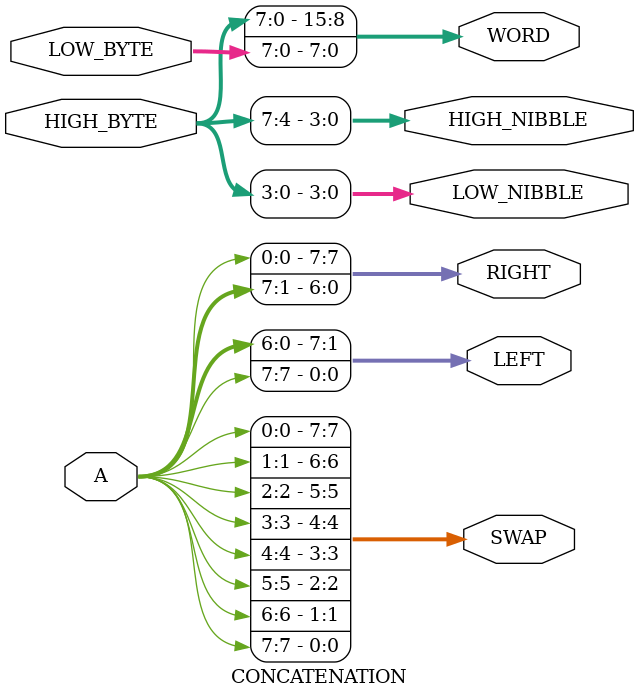
<source format=v>
module CONCATENATION(A, HIGH_BYTE, LOW_BYTE, SWAP, LEFT, RIGHT, WORD, HIGH_NIBBLE, LOW_NIBBLE);

    input [7:0] A, HIGH_BYTE, LOW_BYTE;
    output [7:0]  SWAP, LEFT, RIGHT;
    output [3:0] HIGH_NIBBLE, LOW_NIBBLE;
    output [15:0] WORD;

    assign SWAP = {A[0], A[1], A[2], A[3], A[4], A[5], A[6], A[7]};
    assign RIGHT = {A[0], A[7:1]};
    assign LEFT = {A[6:0], A[7]};
    assign WORD = {HIGH_BYTE, LOW_BYTE};
    assign {HIGH_NIBBLE, LOW_NIBBLE} = HIGH_BYTE;


endmodule
</source>
